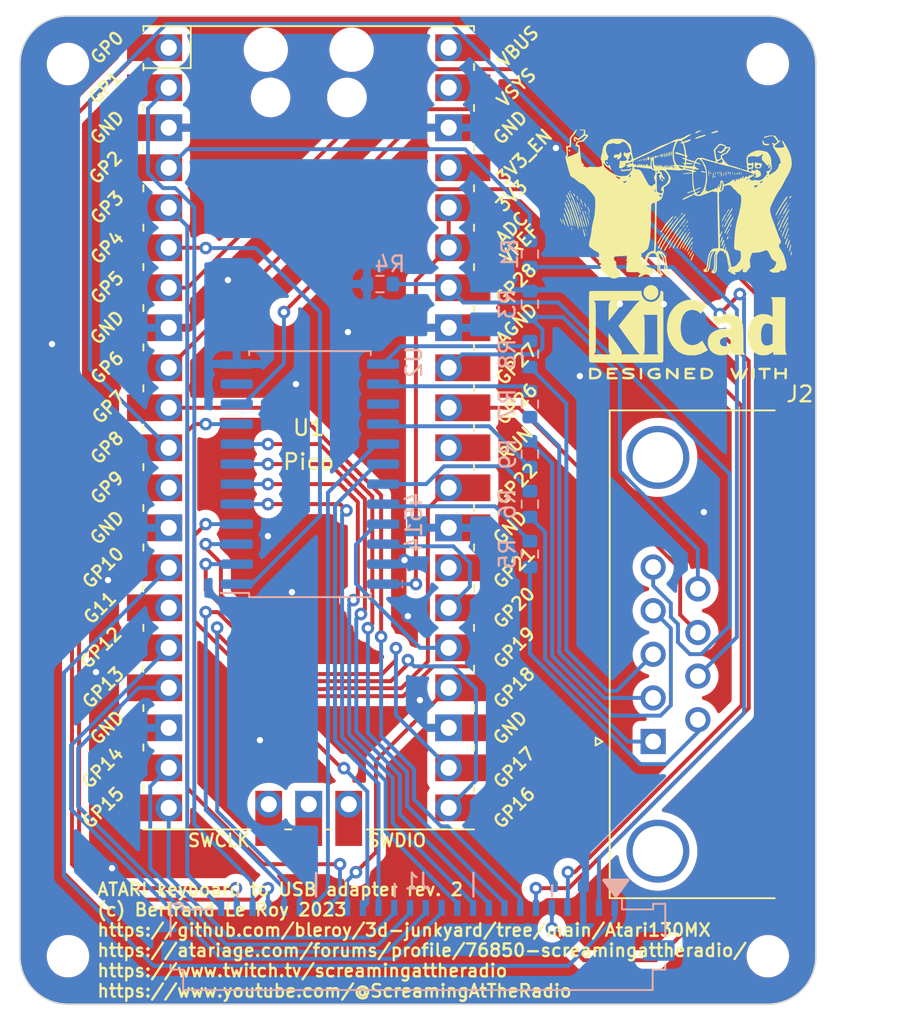
<source format=kicad_pcb>
(kicad_pcb (version 20221018) (generator pcbnew)
  (title_block (title "Decent XE to USB adapter") (date "2023-04-17") (rev "2") (company "Decent Consulting"))
  (layers (0 "F.Cu" signal) (31 "B.Cu" signal) (34 "B.Paste" user) (35 "F.Paste" user) (36 "B.SilkS" user "B.Silkscreen") (37 "F.SilkS" user "F.Silkscreen") (38 "B.Mask" user) (39 "F.Mask" user) (44 "Edge.Cuts" user))
  (net 0 "")
  (net 1 "PWR_LED")
  (net 2 "GND")
  (net 3 "COL_2")
  (net 4 "ROW_7")
  (net 5 "ROW_8")
  (net 6 "ROW_5")
  (net 7 "COL_3")
  (net 8 "COL_4")
  (net 9 "COL_5")
  (net 10 "COL_6")
  (net 11 "ROW_3")
  (net 12 "ROW_1")
  (net 13 "ROW_2")
  (net 14 "ROW_4")
  (net 15 "COL_8")
  (net 16 "COL_7")
  (net 17 "ROW_6")
  (net 18 "COL_1")
  (net 19 "COL_9")
  (net 20 "START")
  (net 21 "SELECT")
  (net 22 "OPTION")
  (net 23 "RESET")
  (net 24 "LED_GND")
  (net 25 "DOWN")
  (net 26 "LEFT")
  (net 27 "PADDLE_B")
  (net 28 "FIRE")
  (net 29 "3V3")
  (net 30 "PADDLE_A")
  (net 31 "Net-(U1-GPIO2)")
  (net 32 "JOY_VCC")
  (net 35 "UP")
  (net 36 "RIGHT")
  (net 37 "JOY_GND")
  (net 39 "STROBE")
  (net 44 "A0")
  (net 45 "A1")
  (net 46 "A2")
  (net 47 "A3")
  (net 50 "Net-(U2-Q10)")
  (net 51 "Net-(U2-Q11)")
  (net 52 "Net-(U2-Q12)")
  (net 53 "Net-(U2-Q13)")
  (net 54 "Net-(U2-Q14)")
  (net 55 "VCC_LED")
  (net 56 "VCC_KBD")
  (footprint "MCU_RaspberryPi_and_Boards:RPi_Pico_SMD_TH" (layer "F.Cu") (at 31.037 42.143)
    (fp_text reference "U1")
    (fp_text value "Pico")
  )
  (footprint "Connector_Dsub:DSUB-9_Male_Horizontal_P2.77x2.84mm_EdgePinOffset4.94mm_Housed_MountingHolesOffset7.48mm" (layer "F.Cu") (at 52.914669 62.065 90)
    (fp_text reference "J2")
    (fp_text value "Conn_01x09")
  )
  (footprint "MountingHole:MountingHole_2.2mm_M2" (layer "F.Cu") (at 15.748 19.05)
    (fp_text reference "REF**" hide)
    (fp_text value "MountingHole_2.2mm_M2" hide)
  )
  (footprint "Symbol:OSHW-Logo2_7.3x6mm_Copper" (layer "F.Cu") (at 54.864 19.558)
    (fp_text reference "REF**" hide)
    (fp_text value "OSHW-Logo2_7.3x6mm_Copper" hide)
  )
  (footprint "Symbol:KiCad-Logo2_5mm_SilkScreen" (layer "F.Cu") (at 55.118 36.068)
    (fp_text reference "REF**" hide)
    (fp_text value "KiCad-Logo2_5mm_SilkScreen" hide)
  )
  (footprint "LOGO" (layer "F.Cu") (at 54.465989 27.045442)
    (fp_text reference "G***" hide)
    (fp_text value "LOGO" hide)
  )
  (footprint "MountingHole:MountingHole_2.2mm_M2" (layer "F.Cu") (at 60.198 19.05)
    (fp_text reference "REF**" hide)
    (fp_text value "MountingHole_2.2mm_M2" hide)
  )
  (footprint "MountingHole:MountingHole_2.2mm_M2" (layer "F.Cu") (at 60.198 75.692)
    (fp_text reference "REF**" hide)
    (fp_text value "MountingHole_2.2mm_M2" hide)
  )
  (footprint "MountingHole:MountingHole_2.2mm_M2" (layer "F.Cu") (at 15.748 75.692)
    (fp_text reference "REF**" hide)
    (fp_text value "MountingHole_2.2mm_M2" hide)
  )
  (footprint "Resistor_SMD:R_0603_1608Metric" (layer "B.Cu") (at 45.085 31.115 90)
    (fp_text reference "R1")
    (fp_text value "100")
  )
  (footprint "Resistor_SMD:R_0603_1608Metric" (layer "B.Cu") (at 35.56 33.02)
    (fp_text reference "R4")
    (fp_text value "100")
  )
  (footprint "Connector_FFC-FPC:Molex_200528-0260_1x26-1MP_P1.00mm_Horizontal" (layer "B.Cu") (at 37.973 73.54 180)
    (fp_text reference "J1")
    (fp_text value "Conn_01x26")
  )
  (footprint "Resistor_SMD:R_0603_1608Metric" (layer "B.Cu") (at 45.085 37.465 -90)
    (fp_text reference "R8")
    (fp_text value "100")
  )
  (footprint "Resistor_SMD:R_0603_1608Metric" (layer "B.Cu") (at 45.085 40.64 -90)
    (fp_text reference "R7")
    (fp_text value "100")
  )
  (footprint "Package_SO:SOIC-24W_7.5x15.4mm_P1.27mm" (layer "B.Cu") (at 31.115 45.085)
    (fp_text reference "U2")
    (fp_text value "4514")
  )
  (footprint "Resistor_SMD:R_0603_1608Metric" (layer "B.Cu") (at 45.085 43.815 90)
    (fp_text reference "R9")
    (fp_text value "100")
  )
  (footprint "Resistor_SMD:R_0603_1608Metric" (layer "B.Cu") (at 45.085 34.29 -90)
    (fp_text reference "R3")
    (fp_text value "100")
  )
  (footprint "Resistor_SMD:R_0603_1608Metric" (layer "B.Cu") (at 45.085 50.165 -90)
    (fp_text reference "R5")
    (fp_text value "100")
  )
  (footprint "Resistor_SMD:R_0603_1608Metric" (layer "B.Cu") (at 45.085 46.99 -90)
    (fp_text reference "R6")
    (fp_text value "100")
  )
  (gr_line (start 46.5 71.9) (end 46.5 71.2) (stroke (width 0.15)) (layer "B.SilkS"))
  (gr_line (start 41.5 71.9) (end 41.5 70.4) (stroke (width 0.15)) (layer "B.SilkS"))
  (gr_line (start 31.5 71.9) (end 31.5 70.4) (stroke (width 0.15)) (layer "B.SilkS"))
  (gr_line (start 26.5 71.9) (end 26.5 71.2) (stroke (width 0.15)) (layer "B.SilkS"))
  (gr_poly (pts (xy 50.546 71.882) (xy 51.308 70.866) (xy 49.784 70.866)) (stroke (width 0.2)) (fill solid) (layer "B.SilkS"))
  (gr_line (start 36.5 71.9) (end 36.5 71.1) (stroke (width 0.15)) (layer "B.SilkS"))
  (gr_arc (start 12.7 19.05) (mid 13.592739 16.894739) (end 15.748 16.002) (stroke (width 0.1)) (layer "Edge.Cuts"))
  (gr_arc (start 15.748 78.74) (mid 13.592739 77.847261) (end 12.7 75.692) (stroke (width 0.1)) (layer "Edge.Cuts"))
  (gr_line (start 15.748 16.002) (end 60.198 16.002) (stroke (width 0.1)) (layer "Edge.Cuts"))
  (gr_line (start 12.7 75.692) (end 12.7 19.05) (stroke (width 0.1)) (layer "Edge.Cuts"))
  (gr_line (start 63.246 19.05) (end 63.246 75.692) (stroke (width 0.1)) (layer "Edge.Cuts"))
  (gr_arc (start 60.198 16.002) (mid 62.353261 16.894739) (end 63.246 19.05) (stroke (width 0.1)) (layer "Edge.Cuts"))
  (gr_line (start 60.198 78.74) (end 15.748 78.74) (stroke (width 0.1)) (layer "Edge.Cuts"))
  (gr_arc (start 63.246 75.692) (mid 62.353261 77.847261) (end 60.198 78.74) (stroke (width 0.1)) (layer "Edge.Cuts"))
  (gr_text "ATARI keyboard to USB adapter rev. 2\n(c) Bertrand Le Roy 2023\nhttps://github.com/bleroy/3d-junkyard/tree/main/Atari130MX\nhttps://atariage.com/forums/profile/76850-screamingattheradio/\nhttps://www.twitch.tv/screamingattheradio\nhttps://www.youtube.com/@ScreamingAtTheRadio" (at 17.526 74.676) (layer "F.SilkS") (effects (font (size 0.8 0.8)) (justify left)))
  (segment (start 58.42 33.655) (end 57.15 34.925) (width 0.25) (layer "F.Cu") (net 1))
  (via (at 57.15 34.925) (size 0.8) (drill 0.4) (layers "F.Cu" "B.Cu") (net 1))
  (via (at 58.42 33.655) (size 0.8) (drill 0.4) (layers "F.Cu" "B.Cu") (net 1))
  (segment (start 58.685 60.266622) (end 58.685 33.92) (width 0.25) (layer "B.Cu") (net 1))
  (segment (start 54.165 31.94) (end 45.085 31.94) (width 0.25) (layer "B.Cu") (net 1))
  (segment (start 49.473 72.63) (end 49.473 69.478622) (width 0.25) (layer "B.Cu") (net 1))
  (segment (start 49.473 69.478622) (end 58.685 60.266622) (width 0.25) (layer "B.Cu") (net 1))
  (segment (start 58.685 33.92) (end 58.42 33.655) (width 0.25) (layer "B.Cu") (net 1))
  (segment (start 57.15 34.925) (end 54.165 31.94) (width 0.25) (layer "B.Cu") (net 1))
  (segment (start 37.1215 53.8855) (end 37.338 54.102) (width 0.25) (layer "F.Cu") (net 2))
  (segment (start 37.1215 50.546) (end 37.1215 53.8855) (width 0.25) (layer "F.Cu") (net 2))
  (via (at 14.732 36.83) (size 0.8) (drill 0.4) (layers "F.Cu" "B.Cu") (net 2))
  (via (at 53.594 34.29) (size 0.8) (drill 0.4) (layers "F.Cu" "B.Cu") (net 2))
  (via (at 28.448 49.022) (size 0.8) (drill 0.4) (layers "F.Cu" "B.Cu") (net 2))
  (via (at 37.338 54.102) (size 0.8) (drill 0.4) (layers "F.Cu" "B.Cu") (net 2))
  (via (at 17.526 57.658) (size 0.8) (drill 0.4) (layers "F.Cu" "B.Cu") (net 2))
  (via (at 25.908 32.766) (size 0.8) (drill 0.4) (layers "F.Cu" "B.Cu") (net 2))
  (via (at 30.226 39.37) (size 0.8) (drill 0.4) (layers "F.Cu" "B.Cu") (net 2))
  (via (at 50.8 34.29) (size 0.8) (drill 0.4) (layers "F.Cu" "B.Cu") (net 2))
  (via (at 48.26 38.862) (size 0.8) (drill 0.4) (layers "F.Cu" "B.Cu") (net 2))
  (via (at 37.1215 50.546) (size 0.8) (drill 0.4) (layers "F.Cu" "B.Cu") (net 2))
  (via (at 18.542 70.104) (size 0.8) (drill 0.4) (layers "F.Cu" "B.Cu") (net 2))
  (via (at 46.736 24.384) (size 0.8) (drill 0.4) (layers "F.Cu" "B.Cu") (net 2))
  (via (at 29.972 52.578) (size 0.8) (drill 0.4) (layers "F.Cu" "B.Cu") (net 2))
  (via (at 56.134 47.498) (size 0.8) (drill 0.4) (layers "F.Cu" "B.Cu") (net 2))
  (via (at 18.288 51.816) (size 0.8) (drill 0.4) (layers "F.Cu" "B.Cu") (net 2))
  (via (at 38.1 59.436) (size 0.8) (drill 0.4) (layers "F.Cu" "B.Cu") (net 2))
  (via (at 27.94 61.976) (size 0.8) (drill 0.4) (layers "F.Cu" "B.Cu") (net 2))
  (via (at 33.528 36.068) (size 0.8) (drill 0.4) (layers "F.Cu" "B.Cu") (net 2))
  (segment (start 35.765 50.8) (end 36.8675 50.8) (width 0.25) (layer "B.Cu") (net 2))
  (segment (start 36.8675 50.8) (end 37.1215 50.546) (width 0.25) (layer "B.Cu") (net 2))
  (segment (start 44.778 26.998) (end 58.536 40.756) (width 0.25) (layer "F.Cu") (net 3))
  (segment (start 47.935604 70.358) (end 47.498 70.358) (width 0.25) (layer "F.Cu") (net 3))
  (segment (start 37.264 26.998) (end 44.778 26.998) (width 0.25) (layer "F.Cu") (net 3))
  (segment (start 58.536 59.757604) (end 47.935604 70.358) (width 0.25) (layer "F.Cu") (net 3))
  (segment (start 29.464 34.798) (end 37.264 26.998) (width 0.25) (layer "F.Cu") (net 3))
  (segment (start 58.536 40.756) (end 58.536 59.757604) (width 0.25) (layer "F.Cu") (net 3))
  (via (at 29.464 34.798) (size 0.8) (drill 0.4) (layers "F.Cu" "B.Cu") (net 3))
  (via (at 47.498 70.358) (size 0.8) (drill 0.4) (layers "F.Cu" "B.Cu") (net 3))
  (segment (start 26.891751 40.64) (end 29.464 38.067751) (width 0.25) (layer "B.Cu") (net 3))
  (segment (start 47.498 70.358) (end 47.498 72.605) (width 0.25) (layer "B.Cu") (net 3))
  (segment (start 29.464 38.067751) (end 29.464 34.798) (width 0.25) (layer "B.Cu") (net 3))
  (segment (start 59.436 33.645695) (end 45.168305 19.378) (width 0.25) (layer "F.Cu") (net 4))
  (segment (start 46.482 73.914) (end 48.514 75.946) (width 0.25) (layer "F.Cu") (net 4))
  (segment (start 23.349081 33.253) (end 22.147 33.253) (width 0.25) (layer "F.Cu") (net 4))
  (segment (start 45.168305 19.378) (end 37.224081 19.378) (width 0.25) (layer "F.Cu") (net 4))
  (segment (start 59.436 69.596) (end 59.436 33.645695) (width 0.25) (layer "F.Cu") (net 4))
  (segment (start 48.514 75.946) (end 53.086 75.946) (width 0.25) (layer "F.Cu") (net 4))
  (segment (start 37.224081 19.378) (end 23.349081 33.253) (width 0.25) (layer "F.Cu") (net 4))
  (segment (start 53.086 75.946) (end 59.436 69.596) (width 0.25) (layer "F.Cu") (net 4))
  (via (at 46.482 73.914) (size 0.8) (drill 0.4) (layers "F.Cu" "B.Cu") (net 4))
  (segment (start 46.482 73.914) (end 46.482 72.639) (width 0.25) (layer "B.Cu") (net 4))
  (segment (start 58.986 37.904) (end 43 21.918) (width 0.25) (layer "F.Cu") (net 5))
  (segment (start 47.556 71.374) (end 58.986 59.944) (width 0.25) (layer "F.Cu") (net 5))
  (segment (start 58.986 59.944) (end 58.986 37.904) (width 0.25) (layer "F.Cu") (net 5))
  (segment (start 43 21.918) (end 38.562 21.918) (width 0.25) (layer "F.Cu") (net 5))
  (segment (start 38.562 21.918) (end 22.147 38.333) (width 0.25) (layer "F.Cu") (net 5))
  (segment (start 45.466 71.374) (end 47.556 71.374) (width 0.25) (layer "F.Cu") (net 5))
  (via (at 45.466 71.374) (size 0.8) (drill 0.4) (layers "F.Cu" "B.Cu") (net 5))
  (segment (start 45.473 72.63) (end 45.473 71.381) (width 0.25) (layer "B.Cu") (net 5))
  (segment (start 45.473 71.381) (end 45.466 71.374) (width 0.25) (layer "B.Cu") (net 5))
  (segment (start 35.635515 46.426327) (end 35.635515 55.4095) (width 0.25) (layer "F.Cu") (net 6))
  (segment (start 30.082188 40.873) (end 35.635515 46.426327) (width 0.25) (layer "F.Cu") (net 6))
  (segment (start 22.147 40.873) (end 30.082188 40.873) (width 0.25) (layer "F.Cu") (net 6))
  (via (at 35.635515 55.4095) (size 0.8) (drill 0.4) (layers "F.Cu" "B.Cu") (net 6))
  (segment (start 37.73 65.737701) (end 37.73 63.81602) (width 0.25) (layer "B.Cu") (net 6))
  (segment (start 39.440299 67.448) (end 37.73 65.737701) (width 0.25) (layer "B.Cu") (net 6))
  (segment (start 44.473 72.043) (end 39.878 67.448) (width 0.25) (layer "B.Cu") (net 6))
  (segment (start 35.635515 61.721535) (end 35.635515 55.4095) (width 0.25) (layer "B.Cu") (net 6))
  (segment (start 37.73 63.81602) (end 35.635515 61.721535) (width 0.25) (layer "B.Cu") (net 6))
  (segment (start 39.878 67.448) (end 39.440299 67.448) (width 0.25) (layer "B.Cu") (net 6))
  (segment (start 44.473 72.63) (end 44.473 72.043) (width 0.25) (layer "B.Cu") (net 6))
  (segment (start 28.448 43.18) (end 31.752792 43.18) (width 0.25) (layer "F.Cu") (net 7))
  (segment (start 31.752792 43.18) (end 35.078844 46.506052) (width 0.25) (layer "F.Cu") (net 7))
  (segment (start 35.078844 54.583156) (end 34.798 54.864) (width 0.25) (layer "F.Cu") (net 7))
  (segment (start 35.078844 46.506052) (end 35.078844 54.583156) (width 0.25) (layer "F.Cu") (net 7))
  (via (at 28.448 43.18) (size 0.8) (drill 0.4) (layers "F.Cu" "B.Cu") (net 7))
  (via (at 34.798 54.864) (size 0.8) (drill 0.4) (layers "F.Cu" "B.Cu") (net 7))
  (segment (start 37.28 64.002416) (end 34.798 61.520416) (width 0.25) (layer "B.Cu") (net 7))
  (segment (start 43.473 72.33) (end 37.28 66.137) (width 0.25) (layer "B.Cu") (net 7))
  (segment (start 34.798 61.520416) (end 34.798 54.864) (width 0.25) (layer "B.Cu") (net 7))
  (segment (start 26.465 43.18) (end 28.448 43.18) (width 0.25) (layer "B.Cu") (net 7))
  (segment (start 37.28 66.137) (end 37.28 64.002416) (width 0.25) (layer "B.Cu") (net 7))
  (segment (start 34.6075 53.713729) (end 34.353844 53.967385) (width 0.25) (layer "F.Cu") (net 8))
  (segment (start 34.6075 46.671104) (end 34.6075 53.713729) (width 0.25) (layer "F.Cu") (net 8))
  (segment (start 28.448 44.45) (end 32.386396 44.45) (width 0.25) (layer "F.Cu") (net 8))
  (segment (start 32.386396 44.45) (end 34.6075 46.671104) (width 0.25) (layer "F.Cu") (net 8))
  (via (at 34.353844 53.967385) (size 0.8) (drill 0.4) (layers "F.Cu" "B.Cu") (net 8))
  (via (at 28.448 44.45) (size 0.8) (drill 0.4) (layers "F.Cu" "B.Cu") (net 8))
  (segment (start 26.465 44.45) (end 28.448 44.45) (width 0.25) (layer "B.Cu") (net 8))
  (segment (start 34.058 61.416812) (end 34.058 54.263229) (width 0.25) (layer "B.Cu") (net 8))
  (segment (start 42.473 72.33) (end 36.823 66.68) (width 0.25) (layer "B.Cu") (net 8))
  (segment (start 34.058 54.263229) (end 34.353844 53.967385) (width 0.25) (layer "B.Cu") (net 8))
  (segment (start 36.83 64.188812) (end 34.058 61.416812) (width 0.25) (layer "B.Cu") (net 8))
  (segment (start 36.823 66.68) (end 36.83 66.673) (width 0.25) (layer "B.Cu") (net 8))
  (segment (start 36.83 66.673) (end 36.83 64.188812) (width 0.25) (layer "B.Cu") (net 8))
  (segment (start 34.1575 46.8575) (end 33.02 45.72) (width 0.25) (layer "F.Cu") (net 9))
  (segment (start 33.02 45.72) (end 28.448 45.72) (width 0.25) (layer "F.Cu") (net 9))
  (segment (start 33.8825 53.086) (end 34.1575 52.811) (width 0.25) (layer "F.Cu") (net 9))
  (segment (start 34.1575 52.811) (end 34.1575 46.8575) (width 0.25) (layer "F.Cu") (net 9))
  (via (at 33.8825 53.086) (size 0.8) (drill 0.4) (layers "F.Cu" "B.Cu") (net 9))
  (via (at 28.448 45.72) (size 0.8) (drill 0.4) (layers "F.Cu" "B.Cu") (net 9))
  (segment (start 33.608 53.3605) (end 33.8825 53.086) (width 0.25) (layer "B.Cu") (net 9))
  (segment (start 36.373 64.368208) (end 33.608 61.603208) (width 0.25) (layer "B.Cu") (net 9))
  (segment (start 41.473 72.33) (end 36.373 67.23) (width 0.25) (layer "B.Cu") (net 9))
  (segment (start 36.373 67.23) (end 36.373 64.368208) (width 0.25) (layer "B.Cu") (net 9))
  (segment (start 28.448 45.72) (end 26.465 45.72) (width 0.25) (layer "B.Cu") (net 9))
  (segment (start 33.608 61.603208) (end 33.608 53.3605) (width 0.25) (layer "B.Cu") (net 9))
  (segment (start 33.031076 46.99) (end 28.448 46.99) (width 0.25) (layer "F.Cu") (net 10))
  (segment (start 33.4325 47.391424) (end 33.031076 46.99) (width 0.25) (layer "F.Cu") (net 10))
  (via (at 28.448 46.99) (size 0.8) (drill 0.4) (layers "F.Cu" "B.Cu") (net 10))
  (via (at 33.4325 47.391424) (size 0.8) (drill 0.4) (layers "F.Cu" "B.Cu") (net 10))
  (segment (start 33.158 61.789604) (end 35.923 64.554604) (width 0.25) (layer "B.Cu") (net 10))
  (segment (start 35.923 67.78) (end 40.473 72.33) (width 0.25) (layer "B.Cu") (net 10))
  (segment (start 33.4325 47.391424) (end 33.158 47.665924) (width 0.25) (layer "B.Cu") (net 10))
  (segment (start 28.448 46.99) (end 26.465 46.99) (width 0.25) (layer "B.Cu") (net 10))
  (segment (start 35.923 64.554604) (end 35.923 67.78) (width 0.25) (layer "B.Cu") (net 10))
  (segment (start 33.158 47.665924) (end 33.158 61.789604) (width 0.25) (layer "B.Cu") (net 10))
  (segment (start 15.944 66.360188) (end 25.438812 75.855) (width 0.25) (layer "B.Cu") (net 11))
  (segment (start 22.147 56.113) (end 15.944 62.316) (width 0.25) (layer "B.Cu") (net 11))
  (segment (start 25.438812 75.855) (end 36.548 75.855) (width 0.25) (layer "B.Cu") (net 11))
  (segment (start 15.944 62.316) (end 15.944 66.360188) (width 0.25) (layer "B.Cu") (net 11))
  (segment (start 36.548 75.855) (end 39.473 72.93) (width 0.25) (layer "B.Cu") (net 11))
  (segment (start 25.625208 75.405) (end 35.998 75.405) (width 0.25) (layer "B.Cu") (net 12))
  (segment (start 20.243396 58.653) (end 16.394 62.502396) (width 0.25) (layer "B.Cu") (net 12))
  (segment (start 35.998 75.405) (end 38.473 72.93) (width 0.25) (layer "B.Cu") (net 12))
  (segment (start 16.394 62.502396) (end 16.394 66.173792) (width 0.25) (layer "B.Cu") (net 12))
  (segment (start 16.394 66.173792) (end 25.625208 75.405) (width 0.25) (layer "B.Cu") (net 12))
  (segment (start 22.147 58.653) (end 20.243396 58.653) (width 0.25) (layer "B.Cu") (net 12))
  (segment (start 20.972 70.115396) (end 25.811604 74.955) (width 0.25) (layer "B.Cu") (net 13))
  (segment (start 22.147 63.733) (end 20.972 64.908) (width 0.25) (layer "B.Cu") (net 13))
  (segment (start 35.448 74.955) (end 37.473 72.93) (width 0.25) (layer "B.Cu") (net 13))
  (segment (start 20.972 64.908) (end 20.972 70.115396) (width 0.25) (layer "B.Cu") (net 13))
  (segment (start 25.811604 74.955) (end 35.448 74.955) (width 0.25) (layer "B.Cu") (net 13))
  (segment (start 22.147 70.654) (end 25.998 74.505) (width 0.25) (layer "B.Cu") (net 14))
  (segment (start 34.898 74.505) (end 36.473 72.93) (width 0.25) (layer "B.Cu") (net 14))
  (segment (start 25.998 74.505) (end 34.898 74.505) (width 0.25) (layer "B.Cu") (net 14))
  (segment (start 22.147 66.273) (end 22.147 70.654) (width 0.25) (layer "B.Cu") (net 14))
  (segment (start 35.338249 44.45) (end 32.708 47.080249) (width 0.25) (layer "B.Cu") (net 15))
  (segment (start 32.708 47.080249) (end 32.708 61.976) (width 0.25) (layer "B.Cu") (net 15))
  (segment (start 32.708 61.976) (end 35.473 64.741) (width 0.25) (layer "B.Cu") (net 15))
  (segment (start 35.473 64.741) (end 35.473 72.63) (width 0.25) (layer "B.Cu") (net 15))
  (segment (start 23.772 54.405273) (end 23.772 48.9845) (width 0.25) (layer "F.Cu") (net 16))
  (segment (start 33.274 63.754) (end 33.120727 63.754) (width 0.25) (layer "F.Cu") (net 16))
  (segment (start 23.772 48.9845) (end 24.4965 48.26) (width 0.25) (layer "F.Cu") (net 16))
  (segment (start 33.120727 63.754) (end 23.772 54.405273) (width 0.25) (layer "F.Cu") (net 16))
  (via (at 33.274 63.754) (size 0.8) (drill 0.4) (layers "F.Cu" "B.Cu") (net 16))
  (via (at 24.4965 48.26) (size 0.8) (drill 0.4) (layers "F.Cu" "B.Cu") (net 16))
  (segment (start 24.4965 48.26) (end 26.465 48.26) (width 0.25) (layer "B.Cu") (net 16))
  (segment (start 34.761 65.241) (end 33.274 63.754) (width 0.25) (layer "B.Cu") (net 16))
  (segment (start 34.761 72.342) (end 34.761 65.241) (width 0.25) (layer "B.Cu") (net 16))
  (segment (start 34.473 72.63) (end 34.761 72.342) (width 0.25) (layer "B.Cu") (net 16))
  (segment (start 35.306 69.088) (end 35.306 63.274) (width 0.25) (layer "F.Cu") (net 17))
  (segment (start 35.306 63.274) (end 39.927 58.653) (width 0.25) (layer "F.Cu") (net 17))
  (segment (start 34.036 70.358) (end 35.306 69.088) (width 0.25) (layer "F.Cu") (net 17))
  (via (at 34.036 70.358) (size 0.8) (drill 0.4) (layers "F.Cu" "B.Cu") (net 17))
  (segment (start 33.473 70.921) (end 34.036 70.358) (width 0.25) (layer "B.Cu") (net 17))
  (segment (start 33.473 72.63) (end 33.473 70.921) (width 0.25) (layer "B.Cu") (net 17))
  (segment (start 33.02 69.85) (end 28.154 69.85) (width 0.25) (layer "F.Cu") (net 18))
  (segment (start 23.322 42.372) (end 23.784 41.91) (width 0.25) (layer "F.Cu") (net 18))
  (segment (start 23.322 65.018) (end 23.322 42.372) (width 0.25) (layer "F.Cu") (net 18))
  (segment (start 28.154 69.85) (end 23.322 65.018) (width 0.25) (layer "F.Cu") (net 18))
  (segment (start 23.784 41.91) (end 24.4965 41.91) (width 0.25) (layer "F.Cu") (net 18))
  (via (at 33.02 69.85) (size 0.8) (drill 0.4) (layers "F.Cu" "B.Cu") (net 18))
  (via (at 24.4965 41.91) (size 0.8) (drill 0.4) (layers "F.Cu" "B.Cu") (net 18))
  (segment (start 24.4965 41.91) (end 26.465 41.91) (width 0.25) (layer "B.Cu") (net 18))
  (segment (start 32.473 72.33) (end 33.02 71.783) (width 0.25) (layer "B.Cu") (net 18))
  (segment (start 33.02 71.783) (end 33.02 69.85) (width 0.25) (layer "B.Cu") (net 18))
  (segment (start 32.258 46.260249) (end 35.338249 43.18) (width 0.25) (layer "B.Cu") (net 19))
  (segment (start 31.473 72.33) (end 32.258 71.545) (width 0.25) (layer "B.Cu") (net 19))
  (segment (start 32.258 71.545) (end 32.258 46.260249) (width 0.25) (layer "B.Cu") (net 19))
  (segment (start 42.902 52.398) (end 42.902 53.848) (width 0.25) (layer "F.Cu") (net 20))
  (segment (start 42.926 53.872) (end 42.926 57.264) (width 0.25) (layer "F.Cu") (net 20))
  (segment (start 38.942 57.288) (end 37.048 59.182) (width 0.25) (layer "F.Cu") (net 20))
  (segment (start 41.537 51.033) (end 42.902 52.398) (width 0.25) (layer "F.Cu") (net 20))
  (segment (start 29.185123 59.182) (end 25.221 55.217877) (width 0.25) (layer "F.Cu") (net 20))
  (segment (start 42.902 53.848) (end 42.926 53.872) (width 0.25) (layer "F.Cu") (net 20))
  (segment (start 37.048 59.182) (end 29.185123 59.182) (width 0.25) (layer "F.Cu") (net 20))
  (segment (start 25.221 55.217877) (end 25.221 54.828968) (width 0.25) (layer "F.Cu") (net 20))
  (segment (start 42.902 57.288) (end 38.942 57.288) (width 0.25) (layer "F.Cu") (net 20))
  (segment (start 42.926 57.264) (end 42.902 57.288) (width 0.25) (layer "F.Cu") (net 20))
  (via (at 25.221 54.828968) (size 0.8) (drill 0.4) (layers "F.Cu" "B.Cu") (net 20))
  (segment (start 30.473 72.63) (end 30.473 71.737299) (width 0.25) (layer "B.Cu") (net 20))
  (segment (start 30.473 71.737299) (end 25.221 66.485299) (width 0.25) (layer "B.Cu") (net 20))
  (segment (start 25.221 66.485299) (end 25.221 54.828968) (width 0.25) (layer "B.Cu") (net 20))
  (segment (start 38.608 56.985604) (end 38.608 47.272) (width 0.25) (layer "F.Cu") (net 21))
  (segment (start 38.608 47.272) (end 39.927 45.953) (width 0.25) (layer "F.Cu") (net 21))
  (segment (start 25.265337 53.848) (end 30.149337 58.732) (width 0.25) (layer "F.Cu") (net 21))
  (segment (start 24.4965 53.848) (end 25.265337 53.848) (width 0.25) (layer "F.Cu") (net 21))
  (segment (start 30.149337 58.732) (end 32.209305 58.732) (width 0.25) (layer "F.Cu") (net 21))
  (segment (start 32.209305 58.732) (end 32.262653 58.678653) (width 0.25) (layer "F.Cu") (net 21))
  (segment (start 36.914951 58.678653) (end 38.608 56.985604) (width 0.25) (layer "F.Cu") (net 21))
  (segment (start 32.262653 58.678653) (end 36.914951 58.678653) (width 0.25) (layer "F.Cu") (net 21))
  (via (at 24.4965 53.848) (size 0.8) (drill 0.4) (layers "F.Cu" "B.Cu") (net 21))
  (segment (start 24.4965 53.848) (end 24.4965 66.397194) (width 0.25) (layer "B.Cu") (net 21))
  (segment (start 24.4965 66.397194) (end 29.473 71.373695) (width 0.25) (layer "B.Cu") (net 21))
  (segment (start 29.473 71.373695) (end 29.473 72.63) (width 0.25) (layer "B.Cu") (net 21))
  (segment (start 18.241695 72.099) (end 16.002 69.859305) (width 0.25) (layer "F.Cu") (net 22))
  (segment (start 27.723 72.099) (end 18.241695 72.099) (width 0.25) (layer "F.Cu") (net 22))
  (segment (start 28.448 71.374) (end 27.723 72.099) (width 0.25) (layer "F.Cu") (net 22))
  (segment (start 16.002 69.859305) (end 16.002 22.548) (width 0.25) (layer "F.Cu") (net 22))
  (segment (start 16.002 22.548) (end 20.537 18.013) (width 0.25) (layer "F.Cu") (net 22))
  (via (at 28.448 71.374) (size 0.8) (drill 0.4) (layers "F.Cu" "B.Cu") (net 22))
  (segment (start 28.448 71.374) (end 28.448 72.605) (width 0.25) (layer "B.Cu") (net 22))
  (segment (start 20.828 21.872) (end 22.147 20.553) (width 0.25) (layer "B.Cu") (net 23))
  (segment (start 20.828 25.975701) (end 20.828 21.872) (width 0.25) (layer "B.Cu") (net 23))
  (segment (start 27.473 71.011) (end 23.772 67.31) (width 0.25) (layer "B.Cu") (net 23))
  (segment (start 23.772 67.31) (end 23.772 28.136299) (width 0.25) (layer "B.Cu") (net 23))
  (segment (start 22.559701 26.924) (end 21.776299 26.924) (width 0.25) (layer "B.Cu") (net 23))
  (segment (start 23.772 28.136299) (end 22.559701 26.924) (width 0.25) (layer "B.Cu") (net 23))
  (segment (start 27.473 72.63) (end 27.473 71.011) (width 0.25) (layer "B.Cu") (net 23))
  (segment (start 21.776299 26.924) (end 20.828 25.975701) (width 0.25) (layer "B.Cu") (net 23))
  (segment (start 23.322 29.348) (end 22.147 28.173) (width 0.25) (layer "B.Cu") (net 24))
  (segment (start 23.322 70.479) (end 23.322 29.348) (width 0.25) (layer "B.Cu") (net 24))
  (segment (start 25.473 72.63) (end 23.322 70.479) (width 0.25) (layer "B.Cu") (net 24))
  (segment (start 46.953033 56.444176) (end 46.953033 43.333033) (width 0.25) (layer "B.Cu") (net 25))
  (segment (start 49.803857 59.295) (end 46.953033 56.444176) (width 0.25) (layer "B.Cu") (net 25))
  (segment (start 46.953033 43.333033) (end 45.085 41.465) (width 0.25) (layer "B.Cu") (net 25))
  (segment (start 52.914669 59.295) (end 49.803857 59.295) (width 0.25) (layer "B.Cu") (net 25))
  (segment (start 47.403033 56.25778) (end 47.403033 40.608033) (width 0.25) (layer "B.Cu") (net 26))
  (segment (start 47.403033 40.608033) (end 45.085 38.29) (width 0.25) (layer "B.Cu") (net 26))
  (segment (start 49.990253 58.845) (end 47.403033 56.25778) (width 0.25) (layer "B.Cu") (net 26))
  (segment (start 52.914669 56.525) (end 50.594669 58.845) (width 0.25) (layer "B.Cu") (net 26))
  (segment (start 50.594669 58.845) (end 49.990253 58.845) (width 0.25) (layer "B.Cu") (net 26))
  (segment (start 36.385 33.02) (end 39.694 33.02) (width 0.25) (layer "B.Cu") (net 27))
  (segment (start 52.914669 50.985) (end 52.914669 52.164009) (width 0.25) (layer "B.Cu") (net 27))
  (segment (start 57.785 54.70066) (end 57.785 45.085) (width 0.25) (layer "B.Cu") (net 27))
  (segment (start 52.914669 52.164009) (end 54.039669 53.289009) (width 0.25) (layer "B.Cu") (net 27))
  (segment (start 57.785 45.085) (end 46.89 34.19) (width 0.25) (layer "B.Cu") (net 27))
  (segment (start 54.039669 53.289009) (end 54.039669 54.16) (width 0.25) (layer "B.Cu") (net 27))
  (segment (start 55.245 56.515) (end 55.97066 56.515) (width 0.25) (layer "B.Cu") (net 27))
  (segment (start 46.89 34.19) (end 40.864 34.19) (width 0.25) (layer "B.Cu") (net 27))
  (segment (start 55.97066 56.515) (end 57.785 54.70066) (width 0.25) (layer "B.Cu") (net 27))
  (segment (start 54.039669 54.16) (end 54.489669 54.61) (width 0.25) (layer "B.Cu") (net 27))
  (segment (start 40.864 34.19) (end 39.927 33.253) (width 0.25) (layer "B.Cu") (net 27))
  (segment (start 54.489669 54.61) (end 54.489669 55.759669) (width 0.25) (layer "B.Cu") (net 27))
  (segment (start 54.489669 55.759669) (end 55.245 56.515) (width 0.25) (layer "B.Cu") (net 27))
  (segment (start 53.729669 63.5) (end 55.754669 61.475) (width 0.25) (layer "B.Cu") (net 28))
  (segment (start 45.085 56.485331) (end 52.099669 63.5) (width 0.25) (layer "B.Cu") (net 28))
  (segment (start 55.754669 61.475) (end 55.754669 60.68) (width 0.25) (layer "B.Cu") (net 28))
  (segment (start 45.085 50.99) (end 45.085 56.485331) (width 0.25) (layer "B.Cu") (net 28))
  (segment (start 52.099669 63.5) (end 53.729669 63.5) (width 0.25) (layer "B.Cu") (net 28))
  (segment (start 37.846 52.07) (end 37.846 32.794) (width 0.25) (layer "F.Cu") (net 29))
  (segment (start 39.927 28.173) (end 39.927 30.713) (width 0.25) (layer "F.Cu") (net 29))
  (segment (start 37.846 32.794) (end 39.927 30.713) (width 0.25) (layer "F.Cu") (net 29))
  (via (at 37.846 52.07) (size 0.8) (drill 0.4) (layers "F.Cu" "B.Cu") (net 29))
  (segment (start 35.765 52.07) (end 37.846 52.07) (width 0.25) (layer "B.Cu") (net 29))
  (segment (start 47.178604 35.115) (end 45.085 35.115) (width 0.25) (layer "B.Cu") (net 30))
  (segment (start 55.754669 52.37) (end 55.754669 49.853047) (width 0.25) (layer "B.Cu") (net 30))
  (segment (start 45.459462 37.483) (end 45.885 37.057462) (width 0.25) (layer "B.Cu") (net 30))
  (segment (start 45.885 37.057462) (end 45.885 35.915) (width 0.25) (layer "B.Cu") (net 30))
  (segment (start 50.799302 38.735698) (end 47.178604 35.115) (width 0.25) (layer "B.Cu") (net 30))
  (segment (start 39.927 38.333) (end 40.777 37.483) (width 0.25) (layer "B.Cu") (net 30))
  (segment (start 55.754669 49.853047) (end 50.799302 44.89768) (width 0.25) (layer "B.Cu") (net 30))
  (segment (start 40.777 37.483) (end 45.459462 37.483) (width 0.25) (layer "B.Cu") (net 30))
  (segment (start 50.799302 44.89768) (end 50.799302 38.735698) (width 0.25) (layer "B.Cu") (net 30))
  (segment (start 45.885 35.915) (end 45.085 35.115) (width 0.25) (layer "B.Cu") (net 30))
  (segment (start 22.147 25.633) (end 23.322 24.458) (width 0.25) (layer "B.Cu") (net 31))
  (segment (start 45.085 28.575) (end 45.085 30.29) (width 0.25) (layer "B.Cu") (net 31))
  (segment (start 23.322 24.458) (end 40.968 24.458) (width 0.25) (layer "B.Cu") (net 31))
  (segment (start 40.968 24.458) (end 45.085 28.575) (width 0.25) (layer "B.Cu") (net 31))
  (segment (start 40.085701 16.51) (end 21.988299 16.51) (width 0.25) (layer "B.Cu") (net 32))
  (segment (start 58.235 34.659299) (end 40.085701 16.51) (width 0.25) (layer "B.Cu") (net 32))
  (segment (start 58.235 55.429669) (end 58.235 34.659299) (width 0.25) (layer "B.Cu") (net 32))
  (segment (start 55.754669 57.91) (end 58.235 55.429669) (width 0.25) (layer "B.Cu") (net 32))
  (segment (start 17.145 38.411) (end 22.147 43.413) (width 0.25) (layer "B.Cu") (net 32))
  (segment (start 21.988299 16.51) (end 17.145 21.353299) (width 0.25) (layer "B.Cu") (net 32))
  (segment (start 17.145 21.353299) (end 17.145 38.411) (width 0.25) (layer "B.Cu") (net 32))
  (segment (start 51.301065 62.065) (end 52.914669 62.065) (width 0.25) (layer "B.Cu") (net 35))
  (segment (start 46.053033 56.816968) (end 51.301065 62.065) (width 0.25) (layer "B.Cu") (net 35))
  (segment (start 46.053033 48.783033) (end 46.053033 56.816968) (width 0.25) (layer "B.Cu") (net 35))
  (segment (start 45.085 47.815) (end 46.053033 48.783033) (width 0.25) (layer "B.Cu") (net 35))
  (segment (start 54.039669 59.760991) (end 53.38066 60.42) (width 0.25) (layer "B.Cu") (net 36))
  (segment (start 50.292461 60.42) (end 46.503033 56.630572) (width 0.25) (layer "B.Cu") (net 36))
  (segment (start 52.914669 53.755) (end 54.039669 54.88) (width 0.25) (layer "B.Cu") (net 36))
  (segment (start 46.503033 56.630572) (end 46.503033 44.408033) (width 0.25) (layer "B.Cu") (net 36))
  (segment (start 53.38066 60.42) (end 50.292461 60.42) (width 0.25) (layer "B.Cu") (net 36))
  (segment (start 54.039669 54.88) (end 54.039669 59.760991) (width 0.25) (layer "B.Cu") (net 36))
  (segment (start 46.503033 44.408033) (end 45.085 42.99) (width 0.25) (layer "B.Cu") (net 36))
  (segment (start 39.927 40.873) (end 44.39366 40.873) (width 0.25) (layer "F.Cu") (net 37))
  (segment (start 44.39366 40.873) (end 54.629669 51.109009) (width 0.25) (layer "F.Cu") (net 37))
  (segment (start 54.629669 54.015) (end 55.754669 55.14) (width 0.25) (layer "F.Cu") (net 37))
  (segment (start 54.629669 51.109009) (end 54.629669 54.015) (width 0.25) (layer "F.Cu") (net 37))
  (segment (start 22.147 30.713) (end 24.4755 30.713) (width 0.25) (layer "F.Cu") (net 39))
  (segment (start 24.4755 30.713) (end 24.4965 30.734) (width 0.25) (layer "F.Cu") (net 39))
  (via (at 24.4965 30.734) (size 0.8) (drill 0.4) (layers "F.Cu" "B.Cu") (net 39))
  (segment (start 27.432 52.07) (end 26.465 52.07) (width 0.25) (layer "B.Cu") (net 39))
  (segment (start 27.686 30.734) (end 31.75 34.798) (width 0.25) (layer "B.Cu") (net 39))
  (segment (start 31.75 34.798) (end 31.75 47.752) (width 0.25) (layer "B.Cu") (net 39))
  (segment (start 24.4965 30.734) (end 27.686 30.734) (width 0.25) (layer "B.Cu") (net 39))
  (segment (start 31.75 47.752) (end 27.432 52.07) (width 0.25) (layer "B.Cu") (net 39))
  (segment (start 37.338 57.15) (end 36.259347 58.228653) (width 0.25) (layer "F.Cu") (net 44))
  (segment (start 36.259347 58.228653) (end 30.282386 58.228653) (width 0.25) (layer "F.Cu") (net 44))
  (segment (start 24.4965 52.442767) (end 24.4965 50.8) (width 0.25) (layer "F.Cu") (net 44))
  (segment (start 30.282386 58.228653) (end 24.4965 52.442767) (width 0.25) (layer "F.Cu") (net 44))
  (segment (start 37.338 56.896) (end 37.338 57.15) (width 0.25) (layer "F.Cu") (net 44))
  (via (at 24.4965 50.8) (size 0.8) (drill 0.4) (layers "F.Cu" "B.Cu") (net 44))
  (via (at 37.338 56.896) (size 0.8) (drill 0.4) (layers "F.Cu" "B.Cu") (net 44))
  (segment (start 41.656 64.544) (end 39.927 66.273) (width 0.25) (layer "B.Cu") (net 44))
  (segment (start 41.656 58.720299) (end 41.656 64.544) (width 0.25) (layer "B.Cu") (net 44))
  (segment (start 26.465 50.8) (end 24.4965 50.8) (width 0.25) (layer "B.Cu") (net 44))
  (segment (start 37.338 56.896) (end 37.73 57.288) (width 0.25) (layer "B.Cu") (net 44))
  (segment (start 37.73 57.288) (end 40.223701 57.288) (width 0.25) (layer "B.Cu") (net 44))
  (segment (start 40.223701 57.288) (end 41.656 58.720299) (width 0.25) (layer "B.Cu") (net 44))
  (segment (start 25.461064 50.739259) (end 24.4965 49.774695) (width 0.25) (layer "F.Cu") (net 45))
  (segment (start 25.461064 52.770935) (end 25.461064 50.739259) (width 0.25) (layer "F.Cu") (net 45))
  (segment (start 30.468782 57.778653) (end 25.461064 52.770935) (width 0.25) (layer "F.Cu") (net 45))
  (segment (start 36.576 56.896) (end 35.693347 57.778653) (width 0.25) (layer "F.Cu") (net 45))
  (segment (start 36.576 56.134) (end 36.576 56.896) (width 0.25) (layer "F.Cu") (net 45))
  (segment (start 24.4965 49.774695) (end 24.4965 49.53) (width 0.25) (layer "F.Cu") (net 45))
  (segment (start 35.693347 57.778653) (end 30.468782 57.778653) (width 0.25) (layer "F.Cu") (net 45))
  (via (at 36.576 56.134) (size 0.8) (drill 0.4) (layers "F.Cu" "B.Cu") (net 45))
  (via (at 24.4965 49.53) (size 0.8) (drill 0.4) (layers "F.Cu" "B.Cu") (net 45))
  (segment (start 36.576 56.134) (end 36.576 60.382) (width 0.25) (layer "B.Cu") (net 45))
  (segment (start 26.465 49.53) (end 24.4965 49.53) (width 0.25) (layer "B.Cu") (net 45))
  (segment (start 36.576 60.382) (end 39.927 63.733) (width 0.25) (layer "B.Cu") (net 45))
  (segment (start 39.927 56.113) (end 38.111249 56.113) (width 0.25) (layer "B.Cu") (net 46))
  (segment (start 34.036 49.562249) (end 35.338249 48.26) (width 0.25) (layer "B.Cu") (net 46))
  (segment (start 38.111249 56.113) (end 34.036 52.037751) (width 0.25) (layer "B.Cu") (net 46))
  (segment (start 34.036 52.037751) (end 34.036 49.562249) (width 0.25) (layer "B.Cu") (net 46))
  (segment (start 35.903 49.668) (end 40.223701 49.668) (width 0.25) (layer "B.Cu") (net 47))
  (segment (start 41.275 50.719299) (end 41.275 52.225) (width 0.25) (layer "B.Cu") (net 47))
  (segment (start 40.223701 49.668) (end 41.275 50.719299) (width 0.25) (layer "B.Cu") (net 47))
  (segment (start 41.275 52.225) (end 39.927 53.573) (width 0.25) (layer "B.Cu") (net 47))
  (segment (start 35.903 47.128) (end 42.873 47.128) (width 0.25) (layer "B.Cu") (net 50))
  (segment (start 42.873 47.128) (end 45.085 49.34) (width 0.25) (layer "B.Cu") (net 50))
  (segment (start 35.765 45.72) (end 38.498299 45.72) (width 0.25) (layer "B.Cu") (net 51))
  (segment (start 39.630299 44.588) (end 43.508 44.588) (width 0.25) (layer "B.Cu") (net 51))
  (segment (start 38.498299 45.72) (end 39.630299 44.588) (width 0.25) (layer "B.Cu") (net 51))
  (segment (start 43.508 44.588) (end 45.085 46.165) (width 0.25) (layer "B.Cu") (net 51))
  (segment (start 44.778 39.508) (end 45.085 39.815) (width 0.25) (layer "B.Cu") (net 52))
  (segment (start 35.903 39.508) (end 44.778 39.508) (width 0.25) (layer "B.Cu") (net 52))
  (segment (start 45.085 36.64) (end 44.757 36.968) (width 0.25) (layer "B.Cu") (net 53))
  (segment (start 44.757 36.968) (end 36.897 36.968) (width 0.25) (layer "B.Cu") (net 53))
  (segment (start 36.897 36.968) (end 35.765 38.1) (width 0.25) (layer "B.Cu") (net 53))
  (segment (start 35.903 42.048) (end 42.493 42.048) (width 0.25) (layer "B.Cu") (net 54))
  (segment (start 42.493 42.048) (end 45.085 44.64) (width 0.25) (layer "B.Cu") (net 54))
  (segment (start 18.153091 71.374) (end 16.452 69.672909) (width 0.25) (layer "F.Cu") (net 55))
  (segment (start 16.452 69.672909) (end 16.452 50.038) (width 0.25) (layer "F.Cu") (net 55))
  (segment (start 16.452 50.038) (end 20.537 45.953) (width 0.25) (layer "F.Cu") (net 55))
  (segment (start 26.416 71.374) (end 18.153091 71.374) (width 0.25) (layer "F.Cu") (net 55))
  (via (at 26.416 71.374) (size 0.8) (drill 0.4) (layers "F.Cu" "B.Cu") (net 55))
  (segment (start 26.416 71.374) (end 26.416 72.573) (width 0.25) (layer "B.Cu") (net 55))
  (segment (start 15.494 57.686) (end 15.494 70.614) (width 0.25) (layer "B.Cu") (net 56))
  (segment (start 15.494 70.614) (end 21.185 76.305) (width 0.25) (layer "B.Cu") (net 56))
  (segment (start 22.147 51.033) (end 15.494 57.686) (width 0.25) (layer "B.Cu") (net 56))
  (segment (start 21.185 76.305) (end 47.52 76.305) (width 0.25) (layer "B.Cu") (net 56))
  (segment (start 47.52 76.305) (end 50.473 73.352) (width 0.25) (layer "B.Cu") (net 56))
  (segment (start 50.473 73.352) (end 50.473 72.63) (width 0.25) (layer "B.Cu") (net 56))
  (zone (net 2) (net_name "GND") (layers "F&B.Cu") (connect_pads (clearance 0.508)) (min_thickness 0.254) (fill yes (thermal_gap 0.508) (thermal_bridge_width 0.508))
    (polygon (pts (xy 64.516 80.01) (xy 11.43 80.01) (xy 11.43 14.986) (xy 64.516 14.986)))
  )
)
</source>
